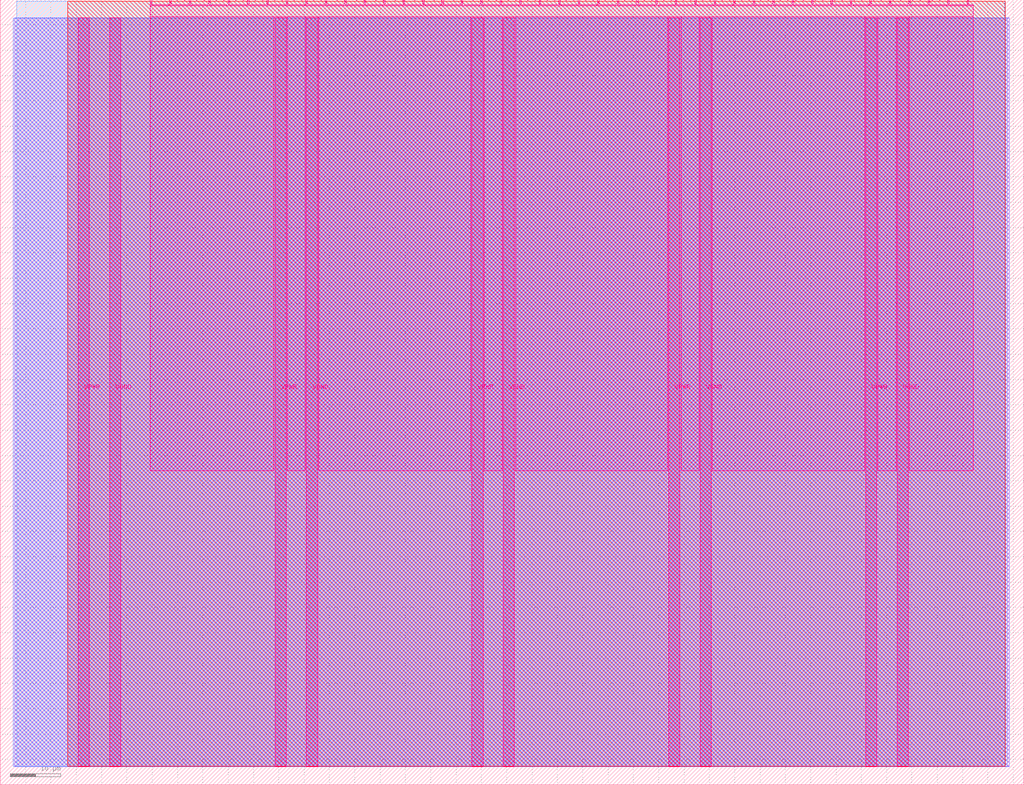
<source format=lef>
VERSION 5.7 ;
  NOWIREEXTENSIONATPIN ON ;
  DIVIDERCHAR "/" ;
  BUSBITCHARS "[]" ;
MACRO tt_um_johshoff_metaballs
  CLASS BLOCK ;
  FOREIGN tt_um_johshoff_metaballs ;
  ORIGIN 0.000 0.000 ;
  SIZE 202.080 BY 154.980 ;
  PIN VGND
    DIRECTION INOUT ;
    USE GROUND ;
    PORT
      LAYER Metal5 ;
        RECT 21.580 3.560 23.780 151.420 ;
    END
    PORT
      LAYER Metal5 ;
        RECT 60.450 3.560 62.650 151.420 ;
    END
    PORT
      LAYER Metal5 ;
        RECT 99.320 3.560 101.520 151.420 ;
    END
    PORT
      LAYER Metal5 ;
        RECT 138.190 3.560 140.390 151.420 ;
    END
    PORT
      LAYER Metal5 ;
        RECT 177.060 3.560 179.260 151.420 ;
    END
  END VGND
  PIN VPWR
    DIRECTION INOUT ;
    USE POWER ;
    PORT
      LAYER Metal5 ;
        RECT 15.380 3.560 17.580 151.420 ;
    END
    PORT
      LAYER Metal5 ;
        RECT 54.250 3.560 56.450 151.420 ;
    END
    PORT
      LAYER Metal5 ;
        RECT 93.120 3.560 95.320 151.420 ;
    END
    PORT
      LAYER Metal5 ;
        RECT 131.990 3.560 134.190 151.420 ;
    END
    PORT
      LAYER Metal5 ;
        RECT 170.860 3.560 173.060 151.420 ;
    END
  END VPWR
  PIN clk
    DIRECTION INPUT ;
    USE SIGNAL ;
    ANTENNAGATEAREA 0.213200 ;
    PORT
      LAYER Metal5 ;
        RECT 187.050 153.980 187.350 154.980 ;
    END
  END clk
  PIN ena
    DIRECTION INPUT ;
    USE SIGNAL ;
    PORT
      LAYER Metal5 ;
        RECT 190.890 153.980 191.190 154.980 ;
    END
  END ena
  PIN rst_n
    DIRECTION INPUT ;
    USE SIGNAL ;
    ANTENNAGATEAREA 0.213200 ;
    PORT
      LAYER Metal5 ;
        RECT 183.210 153.980 183.510 154.980 ;
    END
  END rst_n
  PIN ui_in[0]
    DIRECTION INPUT ;
    USE SIGNAL ;
    PORT
      LAYER Metal5 ;
        RECT 179.370 153.980 179.670 154.980 ;
    END
  END ui_in[0]
  PIN ui_in[1]
    DIRECTION INPUT ;
    USE SIGNAL ;
    PORT
      LAYER Metal5 ;
        RECT 175.530 153.980 175.830 154.980 ;
    END
  END ui_in[1]
  PIN ui_in[2]
    DIRECTION INPUT ;
    USE SIGNAL ;
    PORT
      LAYER Metal5 ;
        RECT 171.690 153.980 171.990 154.980 ;
    END
  END ui_in[2]
  PIN ui_in[3]
    DIRECTION INPUT ;
    USE SIGNAL ;
    PORT
      LAYER Metal5 ;
        RECT 167.850 153.980 168.150 154.980 ;
    END
  END ui_in[3]
  PIN ui_in[4]
    DIRECTION INPUT ;
    USE SIGNAL ;
    PORT
      LAYER Metal5 ;
        RECT 164.010 153.980 164.310 154.980 ;
    END
  END ui_in[4]
  PIN ui_in[5]
    DIRECTION INPUT ;
    USE SIGNAL ;
    PORT
      LAYER Metal5 ;
        RECT 160.170 153.980 160.470 154.980 ;
    END
  END ui_in[5]
  PIN ui_in[6]
    DIRECTION INPUT ;
    USE SIGNAL ;
    PORT
      LAYER Metal5 ;
        RECT 156.330 153.980 156.630 154.980 ;
    END
  END ui_in[6]
  PIN ui_in[7]
    DIRECTION INPUT ;
    USE SIGNAL ;
    PORT
      LAYER Metal5 ;
        RECT 152.490 153.980 152.790 154.980 ;
    END
  END ui_in[7]
  PIN uio_in[0]
    DIRECTION INPUT ;
    USE SIGNAL ;
    PORT
      LAYER Metal5 ;
        RECT 148.650 153.980 148.950 154.980 ;
    END
  END uio_in[0]
  PIN uio_in[1]
    DIRECTION INPUT ;
    USE SIGNAL ;
    PORT
      LAYER Metal5 ;
        RECT 144.810 153.980 145.110 154.980 ;
    END
  END uio_in[1]
  PIN uio_in[2]
    DIRECTION INPUT ;
    USE SIGNAL ;
    PORT
      LAYER Metal5 ;
        RECT 140.970 153.980 141.270 154.980 ;
    END
  END uio_in[2]
  PIN uio_in[3]
    DIRECTION INPUT ;
    USE SIGNAL ;
    PORT
      LAYER Metal5 ;
        RECT 137.130 153.980 137.430 154.980 ;
    END
  END uio_in[3]
  PIN uio_in[4]
    DIRECTION INPUT ;
    USE SIGNAL ;
    PORT
      LAYER Metal5 ;
        RECT 133.290 153.980 133.590 154.980 ;
    END
  END uio_in[4]
  PIN uio_in[5]
    DIRECTION INPUT ;
    USE SIGNAL ;
    PORT
      LAYER Metal5 ;
        RECT 129.450 153.980 129.750 154.980 ;
    END
  END uio_in[5]
  PIN uio_in[6]
    DIRECTION INPUT ;
    USE SIGNAL ;
    PORT
      LAYER Metal5 ;
        RECT 125.610 153.980 125.910 154.980 ;
    END
  END uio_in[6]
  PIN uio_in[7]
    DIRECTION INPUT ;
    USE SIGNAL ;
    PORT
      LAYER Metal5 ;
        RECT 121.770 153.980 122.070 154.980 ;
    END
  END uio_in[7]
  PIN uio_oe[0]
    DIRECTION OUTPUT ;
    USE SIGNAL ;
    ANTENNADIFFAREA 0.299200 ;
    PORT
      LAYER Metal5 ;
        RECT 56.490 153.980 56.790 154.980 ;
    END
  END uio_oe[0]
  PIN uio_oe[1]
    DIRECTION OUTPUT ;
    USE SIGNAL ;
    ANTENNADIFFAREA 0.299200 ;
    PORT
      LAYER Metal5 ;
        RECT 52.650 153.980 52.950 154.980 ;
    END
  END uio_oe[1]
  PIN uio_oe[2]
    DIRECTION OUTPUT ;
    USE SIGNAL ;
    ANTENNADIFFAREA 0.299200 ;
    PORT
      LAYER Metal5 ;
        RECT 48.810 153.980 49.110 154.980 ;
    END
  END uio_oe[2]
  PIN uio_oe[3]
    DIRECTION OUTPUT ;
    USE SIGNAL ;
    ANTENNADIFFAREA 0.299200 ;
    PORT
      LAYER Metal5 ;
        RECT 44.970 153.980 45.270 154.980 ;
    END
  END uio_oe[3]
  PIN uio_oe[4]
    DIRECTION OUTPUT ;
    USE SIGNAL ;
    ANTENNADIFFAREA 0.299200 ;
    PORT
      LAYER Metal5 ;
        RECT 41.130 153.980 41.430 154.980 ;
    END
  END uio_oe[4]
  PIN uio_oe[5]
    DIRECTION OUTPUT ;
    USE SIGNAL ;
    ANTENNADIFFAREA 0.299200 ;
    PORT
      LAYER Metal5 ;
        RECT 37.290 153.980 37.590 154.980 ;
    END
  END uio_oe[5]
  PIN uio_oe[6]
    DIRECTION OUTPUT ;
    USE SIGNAL ;
    ANTENNADIFFAREA 0.299200 ;
    PORT
      LAYER Metal5 ;
        RECT 33.450 153.980 33.750 154.980 ;
    END
  END uio_oe[6]
  PIN uio_oe[7]
    DIRECTION OUTPUT ;
    USE SIGNAL ;
    ANTENNADIFFAREA 0.299200 ;
    PORT
      LAYER Metal5 ;
        RECT 29.610 153.980 29.910 154.980 ;
    END
  END uio_oe[7]
  PIN uio_out[0]
    DIRECTION OUTPUT ;
    USE SIGNAL ;
    ANTENNADIFFAREA 0.299200 ;
    PORT
      LAYER Metal5 ;
        RECT 87.210 153.980 87.510 154.980 ;
    END
  END uio_out[0]
  PIN uio_out[1]
    DIRECTION OUTPUT ;
    USE SIGNAL ;
    ANTENNADIFFAREA 0.299200 ;
    PORT
      LAYER Metal5 ;
        RECT 83.370 153.980 83.670 154.980 ;
    END
  END uio_out[1]
  PIN uio_out[2]
    DIRECTION OUTPUT ;
    USE SIGNAL ;
    ANTENNADIFFAREA 0.299200 ;
    PORT
      LAYER Metal5 ;
        RECT 79.530 153.980 79.830 154.980 ;
    END
  END uio_out[2]
  PIN uio_out[3]
    DIRECTION OUTPUT ;
    USE SIGNAL ;
    ANTENNADIFFAREA 0.299200 ;
    PORT
      LAYER Metal5 ;
        RECT 75.690 153.980 75.990 154.980 ;
    END
  END uio_out[3]
  PIN uio_out[4]
    DIRECTION OUTPUT ;
    USE SIGNAL ;
    ANTENNADIFFAREA 0.299200 ;
    PORT
      LAYER Metal5 ;
        RECT 71.850 153.980 72.150 154.980 ;
    END
  END uio_out[4]
  PIN uio_out[5]
    DIRECTION OUTPUT ;
    USE SIGNAL ;
    ANTENNADIFFAREA 0.299200 ;
    PORT
      LAYER Metal5 ;
        RECT 68.010 153.980 68.310 154.980 ;
    END
  END uio_out[5]
  PIN uio_out[6]
    DIRECTION OUTPUT ;
    USE SIGNAL ;
    ANTENNADIFFAREA 0.299200 ;
    PORT
      LAYER Metal5 ;
        RECT 64.170 153.980 64.470 154.980 ;
    END
  END uio_out[6]
  PIN uio_out[7]
    DIRECTION OUTPUT ;
    USE SIGNAL ;
    ANTENNADIFFAREA 0.299200 ;
    PORT
      LAYER Metal5 ;
        RECT 60.330 153.980 60.630 154.980 ;
    END
  END uio_out[7]
  PIN uo_out[0]
    DIRECTION OUTPUT ;
    USE SIGNAL ;
    ANTENNADIFFAREA 0.706800 ;
    PORT
      LAYER Metal5 ;
        RECT 117.930 153.980 118.230 154.980 ;
    END
  END uo_out[0]
  PIN uo_out[1]
    DIRECTION OUTPUT ;
    USE SIGNAL ;
    ANTENNADIFFAREA 0.706800 ;
    PORT
      LAYER Metal5 ;
        RECT 114.090 153.980 114.390 154.980 ;
    END
  END uo_out[1]
  PIN uo_out[2]
    DIRECTION OUTPUT ;
    USE SIGNAL ;
    ANTENNADIFFAREA 0.706800 ;
    PORT
      LAYER Metal5 ;
        RECT 110.250 153.980 110.550 154.980 ;
    END
  END uo_out[2]
  PIN uo_out[3]
    DIRECTION OUTPUT ;
    USE SIGNAL ;
    ANTENNADIFFAREA 0.654800 ;
    PORT
      LAYER Metal5 ;
        RECT 106.410 153.980 106.710 154.980 ;
    END
  END uo_out[3]
  PIN uo_out[4]
    DIRECTION OUTPUT ;
    USE SIGNAL ;
    ANTENNADIFFAREA 0.706800 ;
    PORT
      LAYER Metal5 ;
        RECT 102.570 153.980 102.870 154.980 ;
    END
  END uo_out[4]
  PIN uo_out[5]
    DIRECTION OUTPUT ;
    USE SIGNAL ;
    ANTENNADIFFAREA 0.706800 ;
    PORT
      LAYER Metal5 ;
        RECT 98.730 153.980 99.030 154.980 ;
    END
  END uo_out[5]
  PIN uo_out[6]
    DIRECTION OUTPUT ;
    USE SIGNAL ;
    ANTENNADIFFAREA 0.706800 ;
    PORT
      LAYER Metal5 ;
        RECT 94.890 153.980 95.190 154.980 ;
    END
  END uo_out[6]
  PIN uo_out[7]
    DIRECTION OUTPUT ;
    USE SIGNAL ;
    ANTENNADIFFAREA 0.654800 ;
    PORT
      LAYER Metal5 ;
        RECT 91.050 153.980 91.350 154.980 ;
    END
  END uo_out[7]
  OBS
      LAYER GatPoly ;
        RECT 2.880 3.630 199.200 151.350 ;
      LAYER Metal1 ;
        RECT 2.880 3.560 199.200 151.420 ;
      LAYER Metal2 ;
        RECT 2.605 3.680 198.820 151.300 ;
      LAYER Metal3 ;
        RECT 3.260 3.635 198.340 154.705 ;
      LAYER Metal4 ;
        RECT 13.295 3.680 198.385 154.660 ;
      LAYER Metal5 ;
        RECT 30.120 153.770 33.240 153.980 ;
        RECT 33.960 153.770 37.080 153.980 ;
        RECT 37.800 153.770 40.920 153.980 ;
        RECT 41.640 153.770 44.760 153.980 ;
        RECT 45.480 153.770 48.600 153.980 ;
        RECT 49.320 153.770 52.440 153.980 ;
        RECT 53.160 153.770 56.280 153.980 ;
        RECT 57.000 153.770 60.120 153.980 ;
        RECT 60.840 153.770 63.960 153.980 ;
        RECT 64.680 153.770 67.800 153.980 ;
        RECT 68.520 153.770 71.640 153.980 ;
        RECT 72.360 153.770 75.480 153.980 ;
        RECT 76.200 153.770 79.320 153.980 ;
        RECT 80.040 153.770 83.160 153.980 ;
        RECT 83.880 153.770 87.000 153.980 ;
        RECT 87.720 153.770 90.840 153.980 ;
        RECT 91.560 153.770 94.680 153.980 ;
        RECT 95.400 153.770 98.520 153.980 ;
        RECT 99.240 153.770 102.360 153.980 ;
        RECT 103.080 153.770 106.200 153.980 ;
        RECT 106.920 153.770 110.040 153.980 ;
        RECT 110.760 153.770 113.880 153.980 ;
        RECT 114.600 153.770 117.720 153.980 ;
        RECT 118.440 153.770 121.560 153.980 ;
        RECT 122.280 153.770 125.400 153.980 ;
        RECT 126.120 153.770 129.240 153.980 ;
        RECT 129.960 153.770 133.080 153.980 ;
        RECT 133.800 153.770 136.920 153.980 ;
        RECT 137.640 153.770 140.760 153.980 ;
        RECT 141.480 153.770 144.600 153.980 ;
        RECT 145.320 153.770 148.440 153.980 ;
        RECT 149.160 153.770 152.280 153.980 ;
        RECT 153.000 153.770 156.120 153.980 ;
        RECT 156.840 153.770 159.960 153.980 ;
        RECT 160.680 153.770 163.800 153.980 ;
        RECT 164.520 153.770 167.640 153.980 ;
        RECT 168.360 153.770 171.480 153.980 ;
        RECT 172.200 153.770 175.320 153.980 ;
        RECT 176.040 153.770 179.160 153.980 ;
        RECT 179.880 153.770 183.000 153.980 ;
        RECT 183.720 153.770 186.840 153.980 ;
        RECT 187.560 153.770 190.680 153.980 ;
        RECT 191.400 153.770 192.100 153.980 ;
        RECT 29.660 151.630 192.100 153.770 ;
        RECT 29.660 62.015 54.040 151.630 ;
        RECT 56.660 62.015 60.240 151.630 ;
        RECT 62.860 62.015 92.910 151.630 ;
        RECT 95.530 62.015 99.110 151.630 ;
        RECT 101.730 62.015 131.780 151.630 ;
        RECT 134.400 62.015 137.980 151.630 ;
        RECT 140.600 62.015 170.650 151.630 ;
        RECT 173.270 62.015 176.850 151.630 ;
        RECT 179.470 62.015 192.100 151.630 ;
  END
END tt_um_johshoff_metaballs
END LIBRARY


</source>
